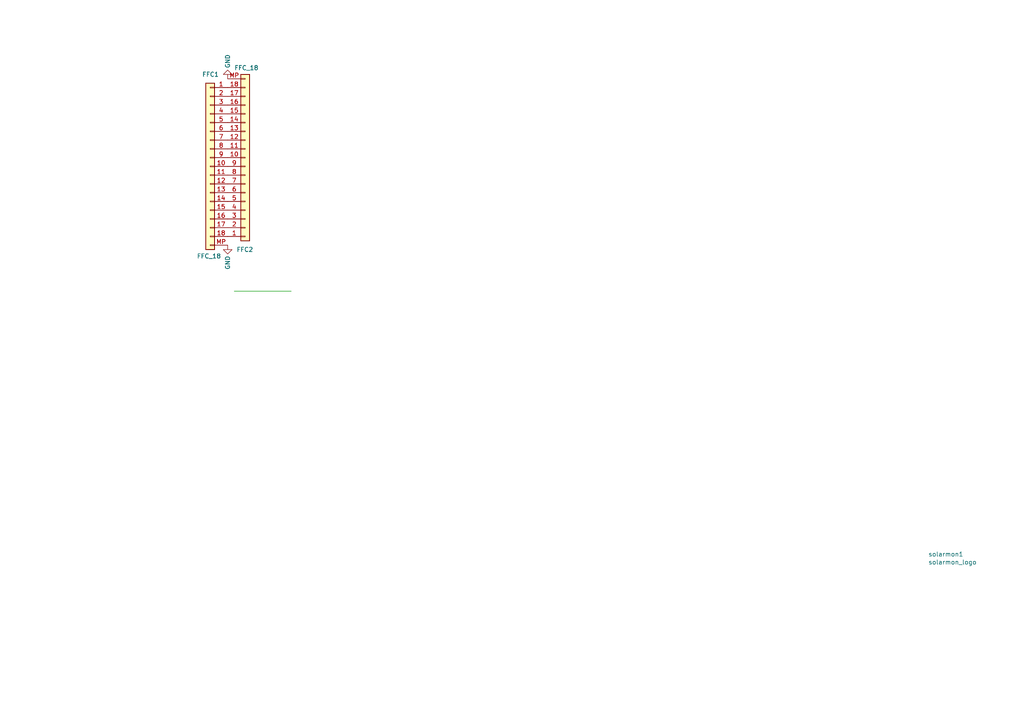
<source format=kicad_sch>
(kicad_sch (version 20211123) (generator eeschema)
  (paper "A4")
  (title_block (title "RGBtoHDMI CDTV v2 - Mouse and Joystick Adapter") (date "2021-12-17"))
  (lib_symbols
    (symbol "RGBtoHDMI-CDTV-v2---Mouse-and-Joystick-Adapter---FFC-Extender-rescue:FFC_18-solarmon_Library" (pin_names (offset 1.016) hide)
      (property "Reference" "J" (at 0 25.4 0))
      (property "Value" "FFC_18-solarmon_Library" (at 0 -25.4 0))
      (symbol "FFC_18-solarmon_Library_1_1"
        (rectangle (start -1.27 -22.733) (end 0 -22.987) (stroke (width 0.1524)))
        (rectangle (start -1.27 -20.193) (end 0 -20.447) (stroke (width 0.1524)))
        (rectangle (start -1.27 -17.653) (end 0 -17.907) (stroke (width 0.1524)))
        (rectangle (start -1.27 -15.113) (end 0 -15.367) (stroke (width 0.1524)))
        (rectangle (start -1.27 -12.573) (end 0 -12.827) (stroke (width 0.1524)))
        (rectangle (start -1.27 -10.033) (end 0 -10.287) (stroke (width 0.1524)))
        (rectangle (start -1.27 -7.493) (end 0 -7.747) (stroke (width 0.1524)))
        (rectangle (start -1.27 -4.953) (end 0 -5.207) (stroke (width 0.1524)))
        (rectangle (start -1.27 -2.413) (end 0 -2.667) (stroke (width 0.1524)))
        (rectangle (start -1.27 0.127) (end 0 -0.127) (stroke (width 0.1524)))
        (rectangle (start -1.27 2.667) (end 0 2.413) (stroke (width 0.1524)))
        (rectangle (start -1.27 5.207) (end 0 4.953) (stroke (width 0.1524)))
        (rectangle (start -1.27 7.747) (end 0 7.493) (stroke (width 0.1524)))
        (rectangle (start -1.27 10.287) (end 0 10.033) (stroke (width 0.1524)))
        (rectangle (start -1.27 12.827) (end 0 12.573) (stroke (width 0.1524)))
        (rectangle (start -1.27 15.367) (end 0 15.113) (stroke (width 0.1524)))
        (rectangle (start -1.27 17.907) (end 0 17.653) (stroke (width 0.1524)))
        (rectangle (start -1.27 20.447) (end 0 20.193) (stroke (width 0.1524)))
        (rectangle (start -1.27 22.987) (end 0 22.733) (stroke (width 0.1524)))
        (rectangle (start -1.27 24.13) (end 1.27 -24.13) (stroke (width 0.254)) (fill (type background)))
        (pin passive line (at -5.08 22.86 0) (length 3.81) (name "Pin_1") (number "1"))
        (pin passive line (at -5.08 0 0) (length 3.81) (name "Pin_10") (number "10"))
        (pin passive line (at -5.08 -2.54 0) (length 3.81) (name "Pin_11") (number "11"))
        (pin passive line (at -5.08 -5.08 0) (length 3.81) (name "Pin_12") (number "12"))
        (pin passive line (at -5.08 -7.62 0) (length 3.81) (name "Pin_13") (number "13"))
        (pin passive line (at -5.08 -10.16 0) (length 3.81) (name "Pin_14") (number "14"))
        (pin passive line (at -5.08 -12.7 0) (length 3.81) (name "Pin_15") (number "15"))
        (pin passive line (at -5.08 -15.24 0) (length 3.81) (name "Pin_16") (number "16"))
        (pin passive line (at -5.08 -17.78 0) (length 3.81) (name "Pin_17") (number "17"))
        (pin passive line (at -5.08 -20.32 0) (length 3.81) (name "Pin_18") (number "18"))
        (pin passive line (at -5.08 20.32 0) (length 3.81) (name "Pin_2") (number "2"))
        (pin passive line (at -5.08 17.78 0) (length 3.81) (name "Pin_3") (number "3"))
        (pin passive line (at -5.08 15.24 0) (length 3.81) (name "Pin_4") (number "4"))
        (pin passive line (at -5.08 12.7 0) (length 3.81) (name "Pin_5") (number "5"))
        (pin passive line (at -5.08 10.16 0) (length 3.81) (name "Pin_6") (number "6"))
        (pin passive line (at -5.08 7.62 0) (length 3.81) (name "Pin_7") (number "7"))
        (pin passive line (at -5.08 5.08 0) (length 3.81) (name "Pin_8") (number "8"))
        (pin passive line (at -5.08 2.54 0) (length 3.81) (name "Pin_9") (number "9"))
        (pin passive line (at -5.08 -22.86 0) (length 3.81) (name "Pin_MP") (number "MP"))
      )
    )
    (symbol "RGBtoHDMI-CDTV-v2---Mouse-and-Joystick-Adapter---FFC-Extender-rescue:solarmon_logo-solarmon_Library" (pin_names (offset 1.016))
      (property "Reference" "L" (at 0 0 0))
      (property "Value" "solarmon_logo-solarmon_Library" (at -1.27 2.54 0))
    )
    (symbol "power:GND" (power) (pin_names (offset 0))
      (property "Value" "GND" (at 0 -3.81 0))
      (symbol "GND_0_1"
        (polyline (pts (xy 0 0) (xy 0 -1.27) (xy 1.27 -1.27) (xy 0 -2.54) (xy -1.27 -1.27) (xy 0 -1.27)))
      )
      (symbol "GND_1_1"
        (pin power_in line (at 0 0 270) (length 0) hide (name "GND") (number "1"))
      )
    )
  )
  (wire (pts (xy 67.945 84.455) (xy 84.455 84.455)))
  (symbol (lib_id "RGBtoHDMI-CDTV-v2---Mouse-and-Joystick-Adapter---FFC-Extender-rescue:FFC_18-solarmon_Library") (at 60.96 48.26 0) (mirror y) (unit 1)
    (property "Reference" "FFC1" (at 63.5 21.59 0) (effects (justify left)))
    (property "Value" "FFC_18" (at 64.135 74.295 0) (effects (justify left)))
    (property "Footprint" "solarmon_library:FPC-SMD_X10B25U18T" (effects hide))
  )
  (symbol (lib_id "RGBtoHDMI-CDTV-v2---Mouse-and-Joystick-Adapter---FFC-Extender-rescue:solarmon_logo-solarmon_Library") (at 268.605 161.925 0) (unit 1)
    (property "Reference" "solarmon1" (at 269.24 160.7566 0) (effects (justify left)))
    (property "Value" "solarmon_logo" (at 269.24 163.068 0) (effects (justify left)))
    (property "Footprint" "solarmon_library:solarmon-logo-25mils" (effects hide))
  )
  (symbol (lib_id "power:GND") (at 66.04 71.12 0) (unit 1)
    (property "Reference" "#PWR0109" (effects hide))
    (property "Value" "GND" (at 66.04 76.2 90))
  )
  (symbol (lib_id "power:GND") (at 66.04 22.86 180) (unit 1)
    (property "Reference" "#PWR?" (effects hide))
    (property "Value" "GND" (at 66.04 17.78 90))
  )
  (symbol (lib_id "RGBtoHDMI-CDTV-v2---Mouse-and-Joystick-Adapter---FFC-Extender-rescue:FFC_18-solarmon_Library") (at 71.12 45.72 0) (mirror x) (unit 1)
    (property "Reference" "FFC2" (at 68.58 72.39 0) (effects (justify left)))
    (property "Value" "FFC_18" (at 67.945 19.685 0) (effects (justify left)))
    (property "Footprint" "solarmon_library:FPC-SMD_X10B25U18T" (effects hide))
  )
)
</source>
